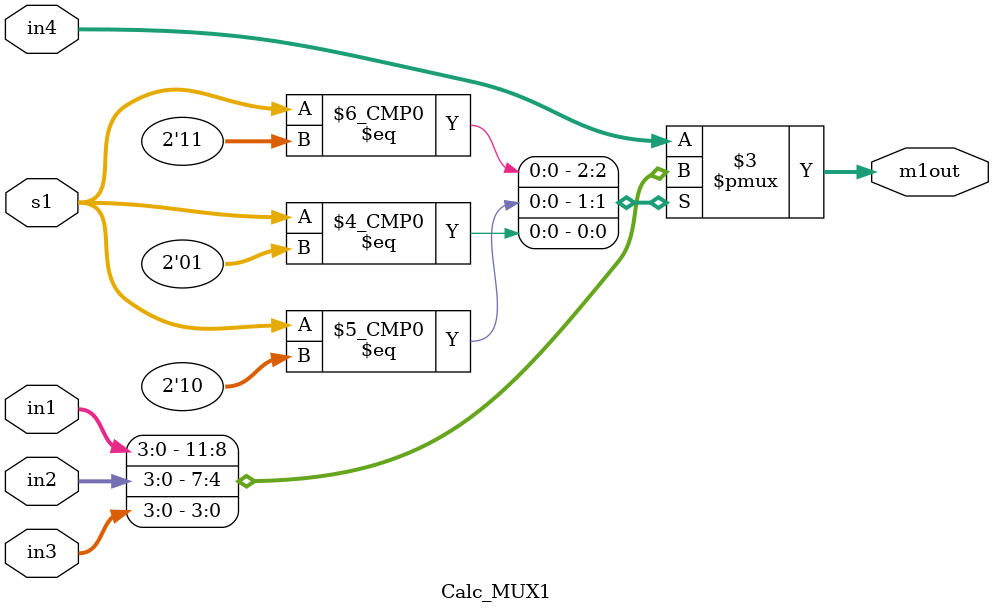
<source format=v>
`timescale 1ns / 1ps


module Calc_MUX1 #(parameter Data_width = 4)(
input [Data_width - 1:0] in1, in2, in3, in4,
input [1:0] s1,
output reg [Data_width - 1:0] m1out 
);

always @ (in1, in2, in3, in4, s1)
begin
        case (s1)
                2'b11:      m1out = in1;
                2'b10:      m1out = in2;
                2'b01:      m1out = in3;
                default:    m1out = in4; // 2'b00
        endcase
end
endmodule

</source>
